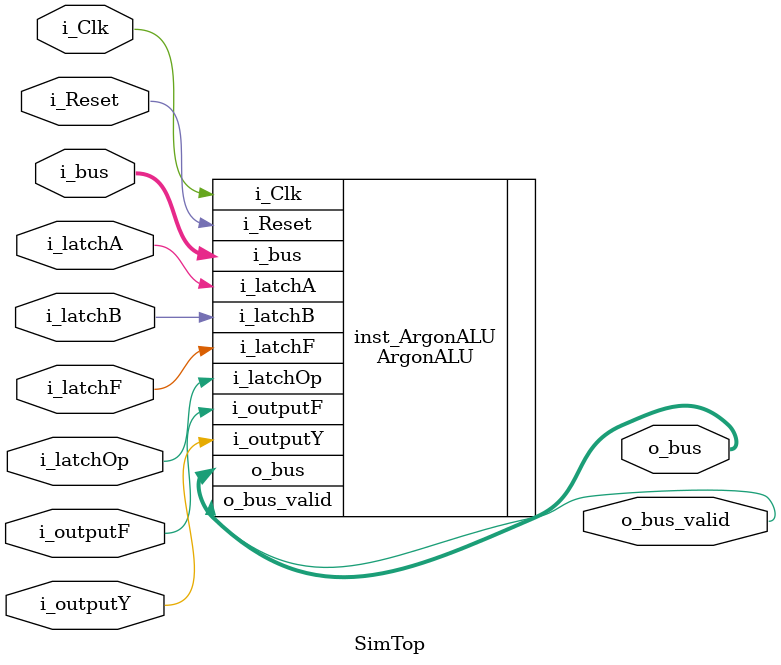
<source format=v>
module SimTop (
    // master I/O
    input i_Clk,
    input i_Reset,
    input [15:0] i_bus,
    output [15:0] o_bus,

    // for testing/simulating in Verilator
    input i_latchA,
    input i_latchB,
    input i_latchF,
    input i_latchOp,
    input i_outputY,
    input i_outputF,
    output o_bus_valid);

    // instantiate ArgonALU for testing
    ArgonALU inst_ArgonALU (
        // master I/O
        .i_Clk(i_Clk),
        .i_Reset(i_Reset),
        .i_bus(i_bus),
        .o_bus(o_bus),
        .o_bus_valid(o_bus_valid),

        // control wires
        .i_latchA(i_latchA),
        .i_latchB(i_latchB),
        .i_latchF(i_latchF),
        .i_latchOp(i_latchOp),
        .i_outputY(i_outputY),
        .i_outputF(i_outputF));
endmodule
</source>
